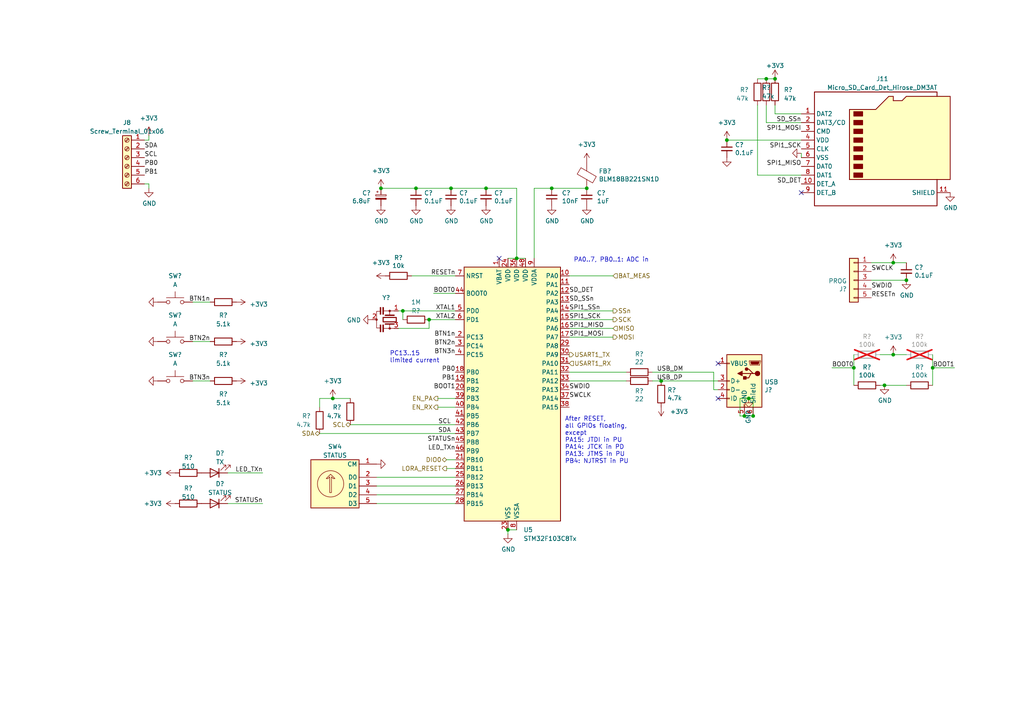
<source format=kicad_sch>
(kicad_sch (version 20230121) (generator eeschema)
  (paper "A4")
  (title_block (title "Hercules") (date "2023-07-06") (rev "0") (company "HB9EGM") (comment 1 "LoRa GNSS Tracker with PA"))
  (lib_symbols
    (symbol "Connector:Micro_SD_Card_Det_Hirose_DM3AT"
      (property "Reference" "J" (at -16.51 17.78 0))
      (property "Value" "Micro_SD_Card_Det_Hirose_DM3AT" (at 16.51 17.78 0))
      (symbol "Micro_SD_Card_Det_Hirose_DM3AT_0_1"
        (rectangle (start -7.62 -6.985) (end -5.08 -8.255) (stroke (width 0.254)) (fill (type outline)))
        (rectangle (start -7.62 -4.445) (end -5.08 -5.715) (stroke (width 0.254)) (fill (type outline)))
        (rectangle (start -7.62 -1.905) (end -5.08 -3.175) (stroke (width 0.254)) (fill (type outline)))
        (rectangle (start -7.62 0.635) (end -5.08 -0.635) (stroke (width 0.254)) (fill (type outline)))
        (rectangle (start -7.62 3.175) (end -5.08 1.905) (stroke (width 0.254)) (fill (type outline)))
        (rectangle (start -7.62 5.715) (end -5.08 4.445) (stroke (width 0.254)) (fill (type outline)))
        (rectangle (start -7.62 8.255) (end -5.08 6.985) (stroke (width 0.254)) (fill (type outline)))
        (rectangle (start -7.62 10.795) (end -5.08 9.525) (stroke (width 0.254)) (fill (type outline)))
        (polyline (pts (xy 16.51 15.24) (xy 16.51 16.51) (xy -19.05 16.51) (xy -19.05 -16.51) (xy 16.51 -16.51) (xy 16.51 -8.89)) (stroke (width 0.254)))
        (polyline (pts (xy -8.89 -8.89) (xy -8.89 11.43) (xy -1.27 11.43) (xy 2.54 15.24) (xy 3.81 15.24) (xy 3.81 13.97) (xy 6.35 13.97) (xy 7.62 15.24) (xy 20.32 15.24) (xy 20.32 -8.89) (xy -8.89 -8.89)) (stroke (width 0.254)) (fill (type background)))
      )
      (symbol "Micro_SD_Card_Det_Hirose_DM3AT_1_1"
        (pin bidirectional line (at -22.86 10.16 0) (length 3.81) (name "DAT2") (number "1"))
        (pin passive line (at -22.86 -10.16 0) (length 3.81) (name "DET_A") (number "10"))
        (pin passive line (at 20.32 -12.7 180) (length 3.81) (name "SHIELD") (number "11"))
        (pin bidirectional line (at -22.86 7.62 0) (length 3.81) (name "DAT3/CD") (number "2"))
        (pin input line (at -22.86 5.08 0) (length 3.81) (name "CMD") (number "3"))
        (pin power_in line (at -22.86 2.54 0) (length 3.81) (name "VDD") (number "4"))
        (pin input line (at -22.86 0 0) (length 3.81) (name "CLK") (number "5"))
        (pin power_in line (at -22.86 -2.54 0) (length 3.81) (name "VSS") (number "6"))
        (pin bidirectional line (at -22.86 -5.08 0) (length 3.81) (name "DAT0") (number "7"))
        (pin bidirectional line (at -22.86 -7.62 0) (length 3.81) (name "DAT1") (number "8"))
        (pin passive line (at -22.86 -12.7 0) (length 3.81) (name "DET_B") (number "9"))
      )
    )
    (symbol "Connector:Screw_Terminal_01x06" (pin_names (offset 1.016) hide)
      (property "Reference" "J" (at 0 7.62 0))
      (property "Value" "Screw_Terminal_01x06" (at 0 -10.16 0))
      (symbol "Screw_Terminal_01x06_1_1"
        (rectangle (start -1.27 6.35) (end 1.27 -8.89) (stroke (width 0.254)) (fill (type background)))
        (circle (center 0 -7.62) (radius 0.635) (stroke (width 0.1524)))
        (circle (center 0 -5.08) (radius 0.635) (stroke (width 0.1524)))
        (circle (center 0 -2.54) (radius 0.635) (stroke (width 0.1524)))
        (polyline (pts (xy -0.5334 -7.2898) (xy 0.3302 -8.128)) (stroke (width 0.1524)))
        (polyline (pts (xy -0.5334 -4.7498) (xy 0.3302 -5.588)) (stroke (width 0.1524)))
        (polyline (pts (xy -0.5334 -2.2098) (xy 0.3302 -3.048)) (stroke (width 0.1524)))
        (polyline (pts (xy -0.5334 0.3302) (xy 0.3302 -0.508)) (stroke (width 0.1524)))
        (polyline (pts (xy -0.5334 2.8702) (xy 0.3302 2.032)) (stroke (width 0.1524)))
        (polyline (pts (xy -0.5334 5.4102) (xy 0.3302 4.572)) (stroke (width 0.1524)))
        (polyline (pts (xy -0.3556 -7.112) (xy 0.508 -7.9502)) (stroke (width 0.1524)))
        (polyline (pts (xy -0.3556 -4.572) (xy 0.508 -5.4102)) (stroke (width 0.1524)))
        (polyline (pts (xy -0.3556 -2.032) (xy 0.508 -2.8702)) (stroke (width 0.1524)))
        (polyline (pts (xy -0.3556 0.508) (xy 0.508 -0.3302)) (stroke (width 0.1524)))
        (polyline (pts (xy -0.3556 3.048) (xy 0.508 2.2098)) (stroke (width 0.1524)))
        (polyline (pts (xy -0.3556 5.588) (xy 0.508 4.7498)) (stroke (width 0.1524)))
        (circle (center 0 0) (radius 0.635) (stroke (width 0.1524)))
        (circle (center 0 2.54) (radius 0.635) (stroke (width 0.1524)))
        (circle (center 0 5.08) (radius 0.635) (stroke (width 0.1524)))
        (pin passive line (at -5.08 5.08 0) (length 3.81) (name "Pin_1") (number "1"))
        (pin passive line (at -5.08 2.54 0) (length 3.81) (name "Pin_2") (number "2"))
        (pin passive line (at -5.08 0 0) (length 3.81) (name "Pin_3") (number "3"))
        (pin passive line (at -5.08 -2.54 0) (length 3.81) (name "Pin_4") (number "4"))
        (pin passive line (at -5.08 -5.08 0) (length 3.81) (name "Pin_5") (number "5"))
        (pin passive line (at -5.08 -7.62 0) (length 3.81) (name "Pin_6") (number "6"))
      )
    )
    (symbol "Connector:USB_B_Micro" (pin_names (offset 1.016))
      (property "Reference" "J" (at -5.08 11.43 0))
      (property "Value" "USB_B_Micro" (at -5.08 8.89 0))
      (symbol "USB_B_Micro_0_1"
        (rectangle (start -5.08 -7.62) (end 5.08 7.62) (stroke (width 0.254)) (fill (type background)))
        (circle (center -3.81 2.159) (radius 0.635) (stroke (width 0.254)) (fill (type outline)))
        (circle (center -0.635 3.429) (radius 0.381) (stroke (width 0.254)) (fill (type outline)))
        (rectangle (start -0.127 -7.62) (end 0.127 -6.858))
        (polyline (pts (xy -1.905 2.159) (xy 0.635 2.159)) (stroke (width 0.254)))
        (polyline (pts (xy -3.175 2.159) (xy -2.54 2.159) (xy -1.27 3.429) (xy -0.635 3.429)) (stroke (width 0.254)))
        (polyline (pts (xy -2.54 2.159) (xy -1.905 2.159) (xy -1.27 0.889) (xy 0 0.889)) (stroke (width 0.254)))
        (polyline (pts (xy 0.635 2.794) (xy 0.635 1.524) (xy 1.905 2.159) (xy 0.635 2.794)) (stroke (width 0.254)) (fill (type outline)))
        (polyline (pts (xy -4.318 5.588) (xy -1.778 5.588) (xy -2.032 4.826) (xy -4.064 4.826) (xy -4.318 5.588)) (fill (type outline)))
        (polyline (pts (xy -4.699 5.842) (xy -4.699 5.588) (xy -4.445 4.826) (xy -4.445 4.572) (xy -1.651 4.572) (xy -1.651 4.826) (xy -1.397 5.588) (xy -1.397 5.842) (xy -4.699 5.842)))
        (rectangle (start 0.254 1.27) (end -0.508 0.508) (stroke (width 0.254)) (fill (type outline)))
        (rectangle (start 5.08 -5.207) (end 4.318 -4.953))
        (rectangle (start 5.08 -2.667) (end 4.318 -2.413))
        (rectangle (start 5.08 -0.127) (end 4.318 0.127))
        (rectangle (start 5.08 4.953) (end 4.318 5.207))
      )
      (symbol "USB_B_Micro_1_1"
        (pin power_out line (at 7.62 5.08 180) (length 2.54) (name "VBUS") (number "1"))
        (pin bidirectional line (at 7.62 -2.54 180) (length 2.54) (name "D-") (number "2"))
        (pin bidirectional line (at 7.62 0 180) (length 2.54) (name "D+") (number "3"))
        (pin passive line (at 7.62 -5.08 180) (length 2.54) (name "ID") (number "4"))
        (pin power_out line (at 0 -10.16 90) (length 2.54) (name "GND") (number "5"))
        (pin passive line (at -2.54 -10.16 90) (length 2.54) (name "Shield") (number "6"))
      )
    )
    (symbol "Connector_Generic:Conn_01x05" (pin_names (offset 1.016) hide)
      (property "Reference" "J" (at 0 7.62 0))
      (property "Value" "Conn_01x05" (at 0 -7.62 0))
      (symbol "Conn_01x05_1_1"
        (rectangle (start -1.27 -4.953) (end 0 -5.207) (stroke (width 0.1524)))
        (rectangle (start -1.27 -2.413) (end 0 -2.667) (stroke (width 0.1524)))
        (rectangle (start -1.27 0.127) (end 0 -0.127) (stroke (width 0.1524)))
        (rectangle (start -1.27 2.667) (end 0 2.413) (stroke (width 0.1524)))
        (rectangle (start -1.27 5.207) (end 0 4.953) (stroke (width 0.1524)))
        (rectangle (start -1.27 6.35) (end 1.27 -6.35) (stroke (width 0.254)) (fill (type background)))
        (pin passive line (at -5.08 5.08 0) (length 3.81) (name "Pin_1") (number "1"))
        (pin passive line (at -5.08 2.54 0) (length 3.81) (name "Pin_2") (number "2"))
        (pin passive line (at -5.08 0 0) (length 3.81) (name "Pin_3") (number "3"))
        (pin passive line (at -5.08 -2.54 0) (length 3.81) (name "Pin_4") (number "4"))
        (pin passive line (at -5.08 -5.08 0) (length 3.81) (name "Pin_5") (number "5"))
      )
    )
    (symbol "Device:C_Polarized_Small" (pin_numbers hide) (pin_names (offset 0.254) hide)
      (property "Reference" "C" (at 0.254 1.778 0))
      (property "Value" "C_Polarized_Small" (at 0.254 -2.032 0))
      (symbol "C_Polarized_Small_0_1"
        (rectangle (start -1.524 -0.3048) (end 1.524 -0.6858) (fill (type outline)))
        (rectangle (start -1.524 0.6858) (end 1.524 0.3048))
        (polyline (pts (xy -1.27 1.524) (xy -0.762 1.524)))
        (polyline (pts (xy -1.016 1.27) (xy -1.016 1.778)))
      )
      (symbol "C_Polarized_Small_1_1"
        (pin passive line (at 0 2.54 270) (length 1.8542) (name "~") (number "1"))
        (pin passive line (at 0 -2.54 90) (length 1.8542) (name "~") (number "2"))
      )
    )
    (symbol "Device:C_Small" (pin_numbers hide) (pin_names (offset 0.254) hide)
      (property "Reference" "C" (at 0.254 1.778 0))
      (property "Value" "C_Small" (at 0.254 -2.032 0))
      (symbol "C_Small_0_1"
        (polyline (pts (xy -1.524 -0.508) (xy 1.524 -0.508)) (stroke (width 0.3302)))
        (polyline (pts (xy -1.524 0.508) (xy 1.524 0.508)) (stroke (width 0.3048)))
      )
      (symbol "C_Small_1_1"
        (pin passive line (at 0 2.54 270) (length 2.032) (name "~") (number "1"))
        (pin passive line (at 0 -2.54 90) (length 2.032) (name "~") (number "2"))
      )
    )
    (symbol "Device:FerriteBead" (pin_numbers hide) (pin_names (offset 0))
      (property "Reference" "FB" (at -3.81 0.635 90))
      (property "Value" "FerriteBead" (at 3.81 0 90))
      (symbol "FerriteBead_0_1"
        (polyline (pts (xy 0 -1.27) (xy 0 -1.2192)))
        (polyline (pts (xy 0 1.27) (xy 0 1.2954)))
        (polyline (pts (xy -2.7686 0.4064) (xy -1.7018 2.2606) (xy 2.7686 -0.3048) (xy 1.6764 -2.159) (xy -2.7686 0.4064)))
      )
      (symbol "FerriteBead_1_1"
        (pin passive line (at 0 3.81 270) (length 2.54) (name "~") (number "1"))
        (pin passive line (at 0 -3.81 90) (length 2.54) (name "~") (number "2"))
      )
    )
    (symbol "Device:LED" (pin_numbers hide) (pin_names (offset 1.016) hide)
      (property "Reference" "D" (at 0 2.54 0))
      (property "Value" "LED" (at 0 -2.54 0))
      (symbol "LED_0_1"
        (polyline (pts (xy -1.27 -1.27) (xy -1.27 1.27)) (stroke (width 0.254)))
        (polyline (pts (xy -1.27 0) (xy 1.27 0)))
        (polyline (pts (xy 1.27 -1.27) (xy 1.27 1.27) (xy -1.27 0) (xy 1.27 -1.27)) (stroke (width 0.254)))
        (polyline (pts (xy -3.048 -0.762) (xy -4.572 -2.286) (xy -3.81 -2.286) (xy -4.572 -2.286) (xy -4.572 -1.524)))
        (polyline (pts (xy -1.778 -0.762) (xy -3.302 -2.286) (xy -2.54 -2.286) (xy -3.302 -2.286) (xy -3.302 -1.524)))
      )
      (symbol "LED_1_1"
        (pin passive line (at -3.81 0 0) (length 2.54) (name "K") (number "1"))
        (pin passive line (at 3.81 0 180) (length 2.54) (name "A") (number "2"))
      )
    )
    (symbol "Device:R" (pin_numbers hide) (pin_names (offset 0))
      (property "Reference" "R" (at 2.032 0 90))
      (property "Value" "R" (at 0 0 90))
      (symbol "R_0_1"
        (rectangle (start -1.016 -2.54) (end 1.016 2.54) (stroke (width 0.254)))
      )
      (symbol "R_1_1"
        (pin passive line (at 0 3.81 270) (length 1.27) (name "~") (number "1"))
        (pin passive line (at 0 -3.81 90) (length 1.27) (name "~") (number "2"))
      )
    )
    (symbol "STM32F103C8Tx_1"
      (property "Reference" "U" (at -12.7 39.37 0))
      (property "Value" "STM32F103C8Tx" (at 10.16 39.37 0))
      (symbol "STM32F103C8Tx_1_0_1"
        (rectangle (start -12.7 -35.56) (end 15.24 38.1) (stroke (width 0.254)) (fill (type background)))
      )
      (symbol "STM32F103C8Tx_1_1_1"
        (pin power_in line (at -2.54 40.64 270) (length 2.54) (name "VBAT") (number "1"))
        (pin bidirectional line (at 17.78 35.56 180) (length 2.54) (name "PA0") (number "10"))
        (pin bidirectional line (at 17.78 33.02 180) (length 2.54) (name "PA1") (number "11"))
        (pin bidirectional line (at 17.78 30.48 180) (length 2.54) (name "PA2") (number "12"))
        (pin bidirectional line (at 17.78 27.94 180) (length 2.54) (name "PA3") (number "13"))
        (pin bidirectional line (at 17.78 25.4 180) (length 2.54) (name "PA4") (number "14"))
        (pin bidirectional line (at 17.78 22.86 180) (length 2.54) (name "PA5") (number "15"))
        (pin bidirectional line (at 17.78 20.32 180) (length 2.54) (name "PA6") (number "16"))
        (pin bidirectional line (at 17.78 17.78 180) (length 2.54) (name "PA7") (number "17"))
        (pin bidirectional line (at -15.24 7.62 0) (length 2.54) (name "PB0") (number "18"))
        (pin bidirectional line (at -15.24 5.08 0) (length 2.54) (name "PB1") (number "19"))
        (pin bidirectional line (at -15.24 17.78 0) (length 2.54) (name "PC13") (number "2"))
        (pin bidirectional line (at -15.24 2.54 0) (length 2.54) (name "PB2") (number "20"))
        (pin bidirectional line (at -15.24 -17.78 0) (length 2.54) (name "PB10") (number "21"))
        (pin bidirectional line (at -15.24 -20.32 0) (length 2.54) (name "PB11") (number "22"))
        (pin power_in line (at 0 -38.1 90) (length 2.54) (name "VSS") (number "23"))
        (pin power_in line (at 0 40.64 270) (length 2.54) (name "VDD") (number "24"))
        (pin bidirectional line (at -15.24 -22.86 0) (length 2.54) (name "PB12") (number "25"))
        (pin bidirectional line (at -15.24 -25.4 0) (length 2.54) (name "PB13") (number "26"))
        (pin bidirectional line (at -15.24 -27.94 0) (length 2.54) (name "PB14") (number "27"))
        (pin bidirectional line (at -15.24 -30.48 0) (length 2.54) (name "PB15") (number "28"))
        (pin bidirectional line (at 17.78 15.24 180) (length 2.54) (name "PA8") (number "29"))
        (pin bidirectional line (at -15.24 15.24 0) (length 2.54) (name "PC14") (number "3"))
        (pin bidirectional line (at 17.78 12.7 180) (length 2.54) (name "PA9") (number "30"))
        (pin bidirectional line (at 17.78 10.16 180) (length 2.54) (name "PA10") (number "31"))
        (pin bidirectional line (at 17.78 7.62 180) (length 2.54) (name "PA11") (number "32"))
        (pin bidirectional line (at 17.78 5.08 180) (length 2.54) (name "PA12") (number "33"))
        (pin bidirectional line (at 17.78 2.54 180) (length 2.54) (name "PA13") (number "34"))
        (pin passive line (at 0 -38.1 90) (length 2.54) hide (name "VSS") (number "35"))
        (pin power_in line (at 2.54 40.64 270) (length 2.54) (name "VDD") (number "36"))
        (pin bidirectional line (at 17.78 0 180) (length 2.54) (name "PA14") (number "37"))
        (pin bidirectional line (at 17.78 -2.54 180) (length 2.54) (name "PA15") (number "38"))
        (pin bidirectional line (at -15.24 0 0) (length 2.54) (name "PB3") (number "39"))
        (pin bidirectional line (at -15.24 12.7 0) (length 2.54) (name "PC15") (number "4"))
        (pin bidirectional line (at -15.24 -2.54 0) (length 2.54) (name "PB4") (number "40"))
        (pin bidirectional line (at -15.24 -5.08 0) (length 2.54) (name "PB5") (number "41"))
        (pin bidirectional line (at -15.24 -7.62 0) (length 2.54) (name "PB6") (number "42"))
        (pin bidirectional line (at -15.24 -10.16 0) (length 2.54) (name "PB7") (number "43"))
        (pin input line (at -15.24 30.48 0) (length 2.54) (name "BOOT0") (number "44"))
        (pin bidirectional line (at -15.24 -12.7 0) (length 2.54) (name "PB8") (number "45"))
        (pin bidirectional line (at -15.24 -15.24 0) (length 2.54) (name "PB9") (number "46"))
        (pin passive line (at 0 -38.1 90) (length 2.54) hide (name "VSS") (number "47"))
        (pin power_in line (at 5.08 40.64 270) (length 2.54) (name "VDD") (number "48"))
        (pin bidirectional line (at -15.24 25.4 0) (length 2.54) (name "PD0") (number "5"))
        (pin bidirectional line (at -15.24 22.86 0) (length 2.54) (name "PD1") (number "6"))
        (pin input line (at -15.24 35.56 0) (length 2.54) (name "NRST") (number "7"))
        (pin power_in line (at 2.54 -38.1 90) (length 2.54) (name "VSSA") (number "8"))
        (pin power_in line (at 7.62 40.64 270) (length 2.54) (name "VDDA") (number "9"))
      )
    )
    (symbol "Switch:SW_Coded"
      (property "Reference" "SW" (at -6.35 8.89 0))
      (property "Value" "SW_Coded" (at -6.35 -7.62 0))
      (symbol "SW_Coded_0_1"
        (circle (center -0.635 0.635) (radius 3.81))
        (polyline (pts (xy -0.889 -1.905) (xy -0.889 2.667) (xy -1.397 2.159) (xy -1.905 2.159) (xy -0.635 3.429) (xy 0.635 2.159) (xy 0.127 2.159) (xy -0.381 2.667) (xy -0.381 -1.905) (xy -0.889 -1.905) (xy -0.889 -1.905)))
        (rectangle (start 7.62 7.62) (end -6.35 -6.35) (stroke (width 0.254)) (fill (type background)))
      )
      (symbol "SW_Coded_1_1"
        (pin passive line (at 12.7 6.35 180) (length 5.08) (name "CM") (number "1"))
        (pin passive line (at 12.7 2.54 180) (length 5.08) (name "D0") (number "2"))
        (pin passive line (at 12.7 0 180) (length 5.08) (name "D1") (number "3"))
        (pin passive line (at 12.7 -2.54 180) (length 5.08) (name "D2") (number "4"))
        (pin passive line (at 12.7 -5.08 180) (length 5.08) (name "D3") (number "5"))
      )
    )
    (symbol "Switch:SW_Push" (pin_numbers hide) (pin_names (offset 1.016) hide)
      (property "Reference" "SW" (at 1.27 2.54 0))
      (property "Value" "SW_Push" (at 0 -1.524 0))
      (symbol "SW_Push_0_1"
        (circle (center -2.032 0) (radius 0.508))
        (polyline (pts (xy 0 1.27) (xy 0 3.048)))
        (polyline (pts (xy 2.54 1.27) (xy -2.54 1.27)))
        (circle (center 2.032 0) (radius 0.508))
        (pin passive line (at -5.08 0 0) (length 2.54) (name "1") (number "1"))
        (pin passive line (at 5.08 0 180) (length 2.54) (name "2") (number "2"))
      )
    )
    (symbol "mpb:CSTNE16M0V530000R0" (pin_names (offset 1.016) hide)
      (property "Reference" "Y" (at 3.175 1.905 0))
      (property "Value" "CSTNE16M0V530000R0" (at 3.175 0 0))
      (symbol "CSTNE16M0V530000R0_0_1"
        (rectangle (start -3.556 -2.54) (end -1.524 -2.794) (fill (type outline)))
        (rectangle (start -3.556 -1.778) (end -1.524 -2.032) (fill (type outline)))
        (circle (center -2.54 0) (radius 0.254) (fill (type outline)))
        (rectangle (start -0.635 1.905) (end 0.635 -1.905) (stroke (width 0.3048)))
        (circle (center 0 -3.81) (radius 0.254) (fill (type outline)))
        (polyline (pts (xy -2.54 -1.778) (xy -2.54 0)))
        (polyline (pts (xy -2.54 0) (xy -1.397 0)))
        (polyline (pts (xy -2.54 1.27) (xy -2.54 0)))
        (polyline (pts (xy -1.27 -1.27) (xy -1.27 1.27)) (stroke (width 0.381)))
        (polyline (pts (xy 1.27 -1.27) (xy 1.27 1.27)) (stroke (width 0.381)))
        (polyline (pts (xy 1.27 0) (xy 2.54 0)))
        (polyline (pts (xy 2.54 0) (xy 2.54 -1.778)))
        (polyline (pts (xy 2.54 1.27) (xy 2.54 0)))
        (polyline (pts (xy 2.413 -2.794) (xy 2.413 -3.81) (xy -2.413 -3.81) (xy -2.413 -2.667)))
        (rectangle (start 1.524 -2.54) (end 3.556 -2.794) (fill (type outline)))
        (rectangle (start 1.524 -1.778) (end 3.556 -2.032) (fill (type outline)))
        (circle (center 2.54 0) (radius 0.254) (fill (type outline)))
      )
      (symbol "CSTNE16M0V530000R0_1_1"
        (pin passive line (at -2.54 2.54 270) (length 1.27) (name "1") (number "1"))
        (pin passive line (at 0 -5.08 90) (length 1.27) (name "2") (number "2"))
        (pin passive line (at 2.54 2.54 270) (length 1.27) (name "3") (number "3"))
      )
    )
    (symbol "power:+3V3" (power) (pin_names (offset 0))
      (property "Value" "+3V3" (at 0 3.556 0))
      (symbol "+3V3_0_1"
        (polyline (pts (xy -0.762 1.27) (xy 0 2.54)))
        (polyline (pts (xy 0 0) (xy 0 2.54)))
        (polyline (pts (xy 0 2.54) (xy 0.762 1.27)))
      )
      (symbol "+3V3_1_1"
        (pin power_in line (at 0 0 90) (length 0) hide (name "+3V3") (number "1"))
      )
    )
    (symbol "power:GND" (power) (pin_names (offset 0))
      (property "Value" "GND" (at 0 -3.81 0))
      (symbol "GND_0_1"
        (polyline (pts (xy 0 0) (xy 0 -1.27) (xy 1.27 -1.27) (xy 0 -2.54) (xy -1.27 -1.27) (xy 0 -1.27)))
      )
      (symbol "GND_1_1"
        (pin power_in line (at 0 0 270) (length 0) hide (name "GND") (number "1"))
      )
    )
  )
  (junction (at 224.79 22.86))
  (junction (at 217.17 115.57))
  (junction (at 222.25 22.86))
  (junction (at 116.84 90.17))
  (junction (at 140.97 54.61))
  (junction (at 160.02 54.61))
  (junction (at 96.52 115.57))
  (junction (at 218.44 120.65))
  (junction (at 215.9 120.65))
  (junction (at 262.89 81.28))
  (junction (at 247.65 106.68))
  (junction (at 191.77 110.49))
  (junction (at 210.82 40.64))
  (junction (at 130.81 54.61))
  (junction (at 256.54 111.76))
  (junction (at 147.32 153.67))
  (junction (at 120.65 54.61))
  (junction (at 110.49 54.61))
  (junction (at 259.08 76.2))
  (junction (at 149.86 74.93))
  (junction (at 170.18 54.61))
  (junction (at 270.51 106.68))
  (junction (at 259.08 102.87))
  (junction (at 124.46 92.71))
  (no_connect (at 208.28 105.41))
  (no_connect (at 208.28 115.57))
  (no_connect (at 144.78 74.93))
  (no_connect (at 232.41 55.88))
  (wire (pts (xy 165.1 92.71) (xy 177.8 92.71)))
  (wire (pts (xy 110.49 54.61) (xy 120.65 54.61)))
  (wire (pts (xy 66.04 137.16) (xy 76.2 137.16)))
  (wire (pts (xy 270.51 102.87) (xy 270.51 106.68)))
  (wire (pts (xy 119.38 80.01) (xy 132.08 80.01)))
  (wire (pts (xy 232.41 44.45) (xy 232.41 45.72)))
  (wire (pts (xy 147.32 154.94) (xy 147.32 153.67)))
  (wire (pts (xy 154.94 54.61) (xy 160.02 54.61)))
  (wire (pts (xy 116.84 90.17) (xy 115.57 90.17)))
  (wire (pts (xy 256.54 111.76) (xy 262.89 111.76)))
  (wire (pts (xy 132.08 90.17) (xy 116.84 90.17)))
  (wire (pts (xy 219.71 30.48) (xy 219.71 50.8)))
  (wire (pts (xy 219.71 22.86) (xy 222.25 22.86)))
  (wire (pts (xy 109.22 138.43) (xy 132.08 138.43)))
  (wire (pts (xy 124.46 95.25) (xy 115.57 95.25)))
  (wire (pts (xy 129.54 133.35) (xy 132.08 133.35)))
  (wire (pts (xy 214.63 115.57) (xy 217.17 115.57)))
  (wire (pts (xy 154.94 54.61) (xy 154.94 74.93)))
  (wire (pts (xy 92.71 118.11) (xy 92.71 115.57)))
  (wire (pts (xy 252.73 81.28) (xy 262.89 81.28)))
  (wire (pts (xy 259.08 102.87) (xy 262.89 102.87)))
  (wire (pts (xy 270.51 106.68) (xy 270.51 111.76)))
  (wire (pts (xy 189.23 110.49) (xy 191.77 110.49)))
  (wire (pts (xy 92.71 125.73) (xy 132.08 125.73)))
  (wire (pts (xy 215.9 120.65) (xy 214.63 120.65)))
  (wire (pts (xy 55.88 110.49) (xy 60.96 110.49)))
  (wire (pts (xy 43.18 40.64) (xy 43.18 39.37)))
  (wire (pts (xy 247.65 102.87) (xy 247.65 106.68)))
  (wire (pts (xy 129.54 135.89) (xy 132.08 135.89)))
  (wire (pts (xy 222.25 22.86) (xy 224.79 22.86)))
  (wire (pts (xy 124.46 95.25) (xy 124.46 92.71)))
  (wire (pts (xy 241.3 106.68) (xy 247.65 106.68)))
  (wire (pts (xy 125.73 85.09) (xy 132.08 85.09)))
  (wire (pts (xy 152.4 74.93) (xy 149.86 74.93)))
  (wire (pts (xy 66.04 146.05) (xy 76.2 146.05)))
  (wire (pts (xy 130.81 54.61) (xy 140.97 54.61)))
  (wire (pts (xy 124.46 92.71) (xy 132.08 92.71)))
  (wire (pts (xy 255.27 102.87) (xy 259.08 102.87)))
  (wire (pts (xy 165.1 97.79) (xy 177.8 97.79)))
  (wire (pts (xy 43.18 53.34) (xy 41.91 53.34)))
  (wire (pts (xy 255.27 111.76) (xy 256.54 111.76)))
  (wire (pts (xy 247.65 106.68) (xy 247.65 111.76)))
  (wire (pts (xy 147.32 153.67) (xy 149.86 153.67)))
  (wire (pts (xy 127 118.11) (xy 132.08 118.11)))
  (wire (pts (xy 207.01 113.03) (xy 207.01 107.95)))
  (wire (pts (xy 218.44 120.65) (xy 215.9 120.65)))
  (wire (pts (xy 214.63 120.65) (xy 214.63 115.57)))
  (wire (pts (xy 259.08 76.2) (xy 262.89 76.2)))
  (wire (pts (xy 109.22 146.05) (xy 132.08 146.05)))
  (wire (pts (xy 222.25 35.56) (xy 232.41 35.56)))
  (wire (pts (xy 149.86 54.61) (xy 149.86 74.93)))
  (wire (pts (xy 219.71 50.8) (xy 232.41 50.8)))
  (wire (pts (xy 270.51 106.68) (xy 276.86 106.68)))
  (wire (pts (xy 165.1 90.17) (xy 177.8 90.17)))
  (wire (pts (xy 140.97 54.61) (xy 149.86 54.61)))
  (wire (pts (xy 191.77 110.49) (xy 208.28 110.49)))
  (wire (pts (xy 43.18 54.61) (xy 43.18 53.34)))
  (wire (pts (xy 127 115.57) (xy 132.08 115.57)))
  (wire (pts (xy 224.79 33.02) (xy 224.79 30.48)))
  (wire (pts (xy 222.25 30.48) (xy 222.25 35.56)))
  (wire (pts (xy 120.65 54.61) (xy 130.81 54.61)))
  (wire (pts (xy 109.22 140.97) (xy 132.08 140.97)))
  (wire (pts (xy 92.71 115.57) (xy 96.52 115.57)))
  (wire (pts (xy 252.73 76.2) (xy 259.08 76.2)))
  (wire (pts (xy 165.1 95.25) (xy 177.8 95.25)))
  (wire (pts (xy 232.41 33.02) (xy 224.79 33.02)))
  (wire (pts (xy 116.84 92.71) (xy 116.84 90.17)))
  (wire (pts (xy 55.88 87.63) (xy 60.96 87.63)))
  (wire (pts (xy 101.6 123.19) (xy 132.08 123.19)))
  (wire (pts (xy 210.82 40.64) (xy 232.41 40.64)))
  (wire (pts (xy 165.1 107.95) (xy 181.61 107.95)))
  (wire (pts (xy 41.91 40.64) (xy 43.18 40.64)))
  (wire (pts (xy 165.1 110.49) (xy 181.61 110.49)))
  (wire (pts (xy 55.88 99.06) (xy 60.96 99.06)))
  (wire (pts (xy 207.01 107.95) (xy 189.23 107.95)))
  (wire (pts (xy 149.86 74.93) (xy 147.32 74.93)))
  (wire (pts (xy 96.52 115.57) (xy 101.6 115.57)))
  (wire (pts (xy 160.02 54.61) (xy 170.18 54.61)))
  (wire (pts (xy 177.8 80.01) (xy 165.1 80.01)))
  (wire (pts (xy 218.44 115.57) (xy 217.17 115.57)))
  (wire (pts (xy 207.01 113.03) (xy 208.28 113.03)))
  (wire (pts (xy 109.22 143.51) (xy 132.08 143.51)))
  (wire (pts (xy 218.44 120.65) (xy 218.44 115.57)))
  (text "PA0..7, PB0..1: ADC in" (at 166.37 76.2 0) (effects (font (size 1.27 1.27)) (justify left bottom)))
  (text "PC13..15\nlimited current" (at 113.03 105.41 0) (effects (font (size 1.27 1.27)) (justify left bottom)))
  (text "After RESET,\nall GPIOs floating,\nexcept\nPA15: JTDI in PU\nPA14: JTCK in PD\nPA13: JTMS in PU\nPB4: NJTRST in PU" (at 163.83 134.62 0) (effects (font (size 1.27 1.27)) (justify left bottom)))
  (label "BTN1n" (at 132.08 97.79 180))
  (label "SD_SSn" (at 165.1 87.63 0))
  (label "SDA" (at 130.81 125.73 180))
  (label "BOOT1" (at 132.08 113.03 180))
  (label "BTN2n" (at 60.96 99.06 180))
  (label "BTN2n" (at 132.08 100.33 180))
  (label "STATUSn" (at 132.08 128.27 180))
  (label "PB1" (at 41.91 50.8 0))
  (label "SD_DET" (at 232.41 53.34 180))
  (label "SPI1_MISO" (at 165.1 95.25 0))
  (label "SCL" (at 130.81 123.19 180))
  (label "SWDIO" (at 252.73 83.82 0))
  (label "XTAL2" (at 132.08 92.71 180))
  (label "LED_TXn" (at 132.08 130.81 180))
  (label "BOOT0" (at 125.73 85.09 0))
  (label "BTN3n" (at 60.96 110.49 180))
  (label "SD_DET" (at 165.1 85.09 0))
  (label "SWDIO" (at 165.1 113.03 0))
  (label "SCL" (at 41.91 45.72 0))
  (label "USB_DM" (at 190.5 107.95 0))
  (label "SWCLK" (at 252.73 78.74 0))
  (label "PB0" (at 132.08 107.95 180))
  (label "SWCLK" (at 165.1 115.57 0))
  (label "SD_SSn" (at 232.41 35.56 180))
  (label "SPI1_MOSI" (at 165.1 97.79 0))
  (label "PB1" (at 132.08 110.49 180))
  (label "RESETn" (at 252.73 86.36 0))
  (label "SPI1_SSn" (at 165.1 90.17 0))
  (label "PB0" (at 41.91 48.26 0))
  (label "BOOT1" (at 276.86 106.68 180))
  (label "SPI1_SCK" (at 232.41 43.18 180))
  (label "LED_TXn" (at 76.2 137.16 180))
  (label "STATUSn" (at 76.2 146.05 180))
  (label "BOOT0" (at 241.3 106.68 0))
  (label "SPI1_SCK" (at 165.1 92.71 0))
  (label "BTN1n" (at 60.96 87.63 180))
  (label "BTN3n" (at 132.08 102.87 180))
  (label "USB_DP" (at 190.5 110.49 0))
  (label "SDA" (at 41.91 43.18 0))
  (label "SPI1_MISO" (at 232.41 48.26 180))
  (label "SPI1_MOSI" (at 232.41 38.1 180))
  (label "XTAL1" (at 132.08 90.17 180))
  (label "RESETn" (at 132.08 80.01 180))
  (hierarchical_label "USART1_RX" (shape input) (at 165.1 105.41 0))
  (hierarchical_label "SSn" (shape output) (at 177.8 90.17 0))
  (hierarchical_label "SCK" (shape output) (at 177.8 92.71 0))
  (hierarchical_label "LORA_RESET" (shape output) (at 129.54 135.89 180))
  (hierarchical_label "EN_PA" (shape output) (at 127 115.57 180))
  (hierarchical_label "MOSI" (shape output) (at 177.8 97.79 0))
  (hierarchical_label "MISO" (shape input) (at 177.8 95.25 0))
  (hierarchical_label "BAT_MEAS" (shape input) (at 177.8 80.01 0))
  (hierarchical_label "USART1_TX" (shape output) (at 165.1 102.87 0))
  (hierarchical_label "DIO0" (shape bidirectional) (at 129.54 133.35 180))
  (hierarchical_label "SDA" (shape bidirectional) (at 92.71 125.73 180))
  (hierarchical_label "SCL" (shape bidirectional) (at 101.6 123.19 180))
  (hierarchical_label "EN_RX" (shape output) (at 127 118.11 180))
  (symbol (lib_id "power:+3V3") (at 96.52 115.57 0) (unit 1)
    (property "Reference" "#PWR?" (effects hide))
    (property "Value" "+3V3" (at 96.52 110.49 0))
    (instances (project "kicad-dart-70" (path "" (reference "#PWR?") (unit 1))) (project "tracker-kicad" (path "" (reference "#PWR058") (unit 1))))
  )
  (symbol (lib_id "Switch:SW_Push") (at 50.8 110.49 0) (unit 1)
    (property "Reference" "SW?" (at 50.8 102.87 0))
    (property "Value" "A" (at 50.8 105.41 0))
    (property "Footprint" "Button_Switch_THT:SW_PUSH_6mm" (effects hide))
    (property "MPN" "FSM8JH" (effects hide))
    (property "Need_order" "0" (effects hide))
    (instances (project "kicad-dart-70" (path "" (reference "SW?") (unit 1))) (project "tracker-kicad" (path "" (reference "SW3") (unit 1))))
  )
  (symbol (lib_id "Device:C_Small") (at 120.65 57.15 0) (unit 1)
    (property "Reference" "C?" (at 122.9868 55.9816 0) (effects (justify left)))
    (property "Value" "0.1uF" (at 122.9868 58.293 0) (effects (justify left)))
    (property "Footprint" "Capacitor_SMD:C_0603_1608Metric_Pad1.08x0.95mm_HandSolder" (effects hide))
    (property "MPN" "GRM188R71H104KA93D" (effects hide))
    (property "Need_order" "0" (effects hide))
    (instances (project "kicad-dart-70" (path "" (reference "C?") (unit 1))) (project "tracker-kicad" (path "" (reference "C29") (unit 1))))
  )
  (symbol (lib_id "power:GND") (at 232.41 44.45 270) (unit 1)
    (property "Reference" "#PWR?" (effects hide))
    (property "Value" "GND" (effects hide))
    (instances (project "kicad-dart-70" (path "" (reference "#PWR?") (unit 1))) (project "tracker-kicad" (path "" (reference "#PWR075") (unit 1))))
  )
  (symbol (lib_id "Device:R") (at 92.71 121.92 0) (unit 1)
    (property "Reference" "R?" (at 90.17 120.6499 0) (effects (justify right)))
    (property "Value" "4.7k" (at 90.17 123.1899 0) (effects (justify right)))
    (property "Footprint" "Resistor_SMD:R_0603_1608Metric_Pad0.98x0.95mm_HandSolder" (effects hide))
    (property "Need_order" "0" (effects hide))
    (instances (project "kicad-dart-70" (path "" (reference "R?") (unit 1))) (project "tracker-kicad" (path "" (reference "R31") (unit 1))))
  )
  (symbol (lib_id "Device:R") (at 185.42 110.49 270) (unit 1)
    (property "Reference" "R?" (at 185.42 113.411 90))
    (property "Value" "22" (at 185.42 115.7224 90))
    (property "Footprint" "Resistor_SMD:R_0603_1608Metric_Pad0.98x0.95mm_HandSolder" (effects hide))
    (property "Need_order" "0" (effects hide))
    (instances (project "kicad-dart-70" (path "" (reference "R?") (unit 1))) (project "tracker-kicad" (path "" (reference "R36") (unit 1))))
  )
  (symbol (lib_id "power:+3V3") (at 68.58 87.63 270) (unit 1)
    (property "Reference" "#PWR?" (effects hide))
    (property "Value" "+3V3" (at 72.39 88.265 90) (effects (justify left)))
    (instances (project "kicad-dart-70" (path "" (reference "#PWR?") (unit 1))) (project "tracker-kicad" (path "" (reference "#PWR055") (unit 1))))
  )
  (symbol (lib_id "Device:C_Polarized_Small") (at 110.49 57.15 0) (unit 1)
    (property "Reference" "C?" (at 107.5944 55.9816 0) (effects (justify right)))
    (property "Value" "6.8uF" (at 107.5944 58.293 0) (effects (justify right)))
    (property "Footprint" "Capacitor_SMD:C_1210_3225Metric_Pad1.33x2.70mm_HandSolder" (effects hide))
    (property "MPN" "stash tantalum" (effects hide))
    (property "Need_order" "0" (effects hide))
    (instances (project "kicad-dart-70" (path "" (reference "C?") (unit 1))) (project "tracker-kicad" (path "" (reference "C28") (unit 1))))
  )
  (symbol (lib_id "power:GND") (at 160.02 59.69 0) (unit 1)
    (property "Reference" "#PWR?" (effects hide))
    (property "Value" "GND" (at 160.147 64.0842 0))
    (instances (project "kicad-dart-70" (path "" (reference "#PWR?") (unit 1))) (project "tracker-kicad" (path "" (reference "#PWR068") (unit 1))))
  )
  (symbol (lib_id "power:GND") (at 256.54 111.76 0) (unit 1)
    (property "Reference" "#PWR?" (effects hide))
    (property "Value" "GND" (at 256.667 116.1542 0))
    (instances (project "kicad-dart-70" (path "" (reference "#PWR?") (unit 1))) (project "tracker-kicad" (path "" (reference "#PWR076") (unit 1))))
  )
  (symbol (lib_id "Connector:Screw_Terminal_01x06") (at 36.83 45.72 0) (mirror y) (unit 1)
    (property "Reference" "J8" (at 36.83 35.56 0))
    (property "Value" "Screw_Terminal_01x06" (at 36.83 38.1 0))
    (property "Footprint" "Connector_PinHeader_2.54mm:PinHeader_1x06_P2.54mm_Vertical" (effects hide))
  )
  (symbol (lib_id "Device:R") (at 266.7 102.87 90) (unit 1) (dnp yes)
    (property "Reference" "R?" (at 266.7 97.6122 90))
    (property "Value" "100k" (at 266.7 99.9236 90))
    (property "Footprint" "Resistor_SMD:R_0603_1608Metric_Pad0.98x0.95mm_HandSolder" (effects hide))
    (property "Need_order" "0" (effects hide))
    (instances (project "kicad-dart-70" (path "" (reference "R?") (unit 1))) (project "tracker-kicad" (path "" (reference "R43") (unit 1))))
  )
  (symbol (lib_id "power:+3V3") (at 111.76 80.01 90) (unit 1)
    (property "Reference" "#PWR?" (effects hide))
    (property "Value" "+3V3" (at 110.49 76.2 90))
    (instances (project "kicad-dart-70" (path "" (reference "#PWR?") (unit 1))) (project "tracker-kicad" (path "" (reference "#PWR063") (unit 1))))
  )
  (symbol (lib_id "Device:C_Small") (at 170.18 57.15 180) (unit 1)
    (property "Reference" "C?" (at 173.101 55.9816 0) (effects (justify right)))
    (property "Value" "1uF" (at 173.101 58.293 0) (effects (justify right)))
    (property "Footprint" "Capacitor_SMD:C_0805_2012Metric_Pad1.18x1.45mm_HandSolder" (effects hide))
    (property "MPN" "08055C105JAT2A" (effects hide))
    (property "Need_order" "0" (effects hide))
    (instances (project "kicad-dart-70" (path "" (reference "C?") (unit 1))) (project "tracker-kicad" (path "" (reference "C33") (unit 1))))
  )
  (symbol (lib_id "Switch:SW_Coded") (at 96.52 140.97 0) (unit 1)
    (property "Reference" "SW4" (at 97.155 129.54 0))
    (property "Value" "STATUS" (at 97.155 132.08 0))
    (property "Footprint" "mpb:Series_221AM_RotaryDIPSwitch" (effects hide))
    (property "Datasheet" "/home/bram/Sync/Doc/Datasheet/221AMC rotary dip switch.pdf" (effects hide))
    (property "MPN" "221AMC10R " (effects hide))
    (property "Need_order" "1" (effects hide))
  )
  (symbol (lib_id "Device:R") (at 222.25 26.67 180) (unit 1)
    (property "Reference" "R?" (at 220.98 25.4 0) (effects (justify right)))
    (property "Value" "47k" (at 220.98 27.94 0) (effects (justify right)))
    (property "Footprint" "Resistor_SMD:R_0603_1608Metric_Pad0.98x0.95mm_HandSolder" (effects hide))
    (property "Need_order" "0" (effects hide))
    (instances (project "kicad-dart-70" (path "" (reference "R?") (unit 1))) (project "tracker-kicad" (path "" (reference "R39") (unit 1))))
  )
  (symbol (lib_id "power:GND") (at 147.32 154.94 0) (unit 1)
    (property "Reference" "#PWR?" (effects hide))
    (property "Value" "GND" (at 147.447 159.3342 0))
    (instances (project "kicad-dart-70" (path "" (reference "#PWR?") (unit 1))) (project "tracker-kicad" (path "" (reference "#PWR067") (unit 1))))
  )
  (symbol (lib_id "Device:R") (at 64.77 87.63 90) (unit 1)
    (property "Reference" "R?" (at 64.77 91.44 90))
    (property "Value" "5.1k" (at 64.77 93.98 90))
    (property "Footprint" "Resistor_SMD:R_0603_1608Metric_Pad0.98x0.95mm_HandSolder" (effects hide))
    (property "Need_order" "0" (effects hide))
    (instances (project "kicad-dart-70" (path "" (reference "R?") (unit 1))) (project "tracker-kicad" (path "" (reference "R28") (unit 1))))
  )
  (symbol (lib_id "power:GND") (at 45.72 87.63 270) (unit 1)
    (property "Reference" "#PWR?" (effects hide))
    (property "Value" "GND" (effects hide))
    (instances (project "kicad-dart-70" (path "" (reference "#PWR?") (unit 1))) (project "tracker-kicad" (path "" (reference "#PWR050") (unit 1))))
  )
  (symbol (lib_id "power:+3V3") (at 110.49 54.61 0) (unit 1)
    (property "Reference" "#PWR?" (effects hide))
    (property "Value" "+3V3" (at 110.49 49.53 0))
    (instances (project "kicad-dart-70" (path "" (reference "#PWR?") (unit 1))) (project "tracker-kicad" (path "" (reference "#PWR061") (unit 1))))
  )
  (symbol (lib_id "Device:R") (at 64.77 110.49 90) (unit 1)
    (property "Reference" "R?" (at 64.77 114.3 90))
    (property "Value" "5.1k" (at 64.77 116.84 90))
    (property "Footprint" "Resistor_SMD:R_0603_1608Metric_Pad0.98x0.95mm_HandSolder" (effects hide))
    (property "Need_order" "0" (effects hide))
    (instances (project "kicad-dart-70" (path "" (reference "R?") (unit 1))) (project "tracker-kicad" (path "" (reference "R30") (unit 1))))
  )
  (symbol (lib_id "Device:R") (at 101.6 119.38 0) (unit 1)
    (property "Reference" "R?" (at 99.06 118.1099 0) (effects (justify right)))
    (property "Value" "4.7k" (at 99.06 120.6499 0) (effects (justify right)))
    (property "Footprint" "Resistor_SMD:R_0603_1608Metric_Pad0.98x0.95mm_HandSolder" (effects hide))
    (property "Need_order" "0" (effects hide))
    (instances (project "kicad-dart-70" (path "" (reference "R?") (unit 1))) (project "tracker-kicad" (path "" (reference "R32") (unit 1))))
  )
  (symbol (lib_id "Device:C_Small") (at 160.02 57.15 180) (unit 1)
    (property "Reference" "C?" (at 162.941 55.9816 0) (effects (justify right)))
    (property "Value" "10nF" (at 162.941 58.293 0) (effects (justify right)))
    (property "Footprint" "Capacitor_SMD:C_0805_2012Metric_Pad1.18x1.45mm_HandSolder" (effects hide))
    (property "MPN" "VJ0805A103KXJTBC" (effects hide))
    (property "Need_order" "0" (effects hide))
    (instances (project "kicad-dart-70" (path "" (reference "C?") (unit 1))) (project "tracker-kicad" (path "" (reference "C32") (unit 1))))
  )
  (symbol (lib_id "power:GND") (at 262.89 81.28 0) (unit 1)
    (property "Reference" "#PWR?" (effects hide))
    (property "Value" "GND" (at 263.017 85.6742 0))
    (instances (project "kicad-dart-70" (path "" (reference "#PWR?") (unit 1))) (project "tracker-kicad" (path "" (reference "#PWR079") (unit 1))))
  )
  (symbol (lib_id "power:+3V3") (at 224.79 22.86 0) (unit 1)
    (property "Reference" "#PWR?" (effects hide))
    (property "Value" "+3V3" (at 224.79 19.05 0))
    (instances (project "kicad-dart-70" (path "" (reference "#PWR?") (unit 1))) (project "tracker-kicad" (path "" (reference "#PWR073") (unit 1))))
  )
  (symbol (lib_name "STM32F103C8Tx_1") (lib_id "MCU_ST_STM32F1:STM32F103C8Tx") (at 147.32 115.57 0) (unit 1)
    (property "Reference" "U5" (at 151.8159 153.67 0) (effects (justify left)))
    (property "Value" "STM32F103C8Tx" (at 151.8159 156.21 0) (effects (justify left)))
    (property "Footprint" "Package_QFP:LQFP-48_7x7mm_P0.5mm" (effects hide))
    (property "Datasheet" "https://www.st.com/resource/en/datasheet/stm32f103c8.pdf" (effects hide))
  )
  (symbol (lib_id "Device:C_Small") (at 262.89 78.74 0) (unit 1)
    (property "Reference" "C?" (at 265.2268 77.5716 0) (effects (justify left)))
    (property "Value" "0.1uF" (at 265.2268 79.883 0) (effects (justify left)))
    (property "Footprint" "Capacitor_SMD:C_0603_1608Metric_Pad1.08x0.95mm_HandSolder" (effects hide))
    (property "MPN" "GRM188R71H104KA93D" (effects hide))
    (property "Need_order" "0" (effects hide))
    (instances (project "kicad-dart-70" (path "" (reference "C?") (unit 1))) (project "tracker-kicad" (path "" (reference "C34") (unit 1))))
  )
  (symbol (lib_id "Switch:SW_Push") (at 50.8 99.06 0) (unit 1)
    (property "Reference" "SW?" (at 50.8 91.44 0))
    (property "Value" "A" (at 50.8 93.98 0))
    (property "Footprint" "Button_Switch_THT:SW_PUSH_6mm" (effects hide))
    (property "MPN" "FSM8JH" (effects hide))
    (property "Need_order" "0" (effects hide))
    (instances (project "kicad-dart-70" (path "" (reference "SW?") (unit 1))) (project "tracker-kicad" (path "" (reference "SW2") (unit 1))))
  )
  (symbol (lib_id "Device:R") (at 219.71 26.67 180) (unit 1)
    (property "Reference" "R?" (at 217.17 26.035 0) (effects (justify left)))
    (property "Value" "47k" (at 217.17 28.575 0) (effects (justify left)))
    (property "Footprint" "Resistor_SMD:R_0603_1608Metric_Pad0.98x0.95mm_HandSolder" (effects hide))
    (property "Need_order" "0" (effects hide))
    (instances (project "kicad-dart-70" (path "" (reference "R?") (unit 1))) (project "tracker-kicad" (path "" (reference "R38") (unit 1))))
  )
  (symbol (lib_id "power:+3V3") (at 259.08 102.87 0) (unit 1)
    (property "Reference" "#PWR?" (effects hide))
    (property "Value" "+3V3" (at 259.08 97.79 0))
    (instances (project "kicad-dart-70" (path "" (reference "#PWR?") (unit 1))) (project "tracker-kicad" (path "" (reference "#PWR078") (unit 1))))
  )
  (symbol (lib_id "power:+3V3") (at 68.58 110.49 270) (unit 1)
    (property "Reference" "#PWR?" (effects hide))
    (property "Value" "+3V3" (at 72.39 111.125 90) (effects (justify left)))
    (instances (project "kicad-dart-70" (path "" (reference "#PWR?") (unit 1))) (project "tracker-kicad" (path "" (reference "#PWR057") (unit 1))))
  )
  (symbol (lib_id "power:+3V3") (at 170.18 46.99 0) (unit 1)
    (property "Reference" "#PWR?" (effects hide))
    (property "Value" "+3V3" (at 170.18 41.91 0))
    (instances (project "kicad-dart-70" (path "" (reference "#PWR?") (unit 1))) (project "tracker-kicad" (path "" (reference "#PWR069") (unit 1))))
  )
  (symbol (lib_id "power:GND") (at 217.17 115.57 0) (mirror y) (unit 1)
    (property "Reference" "#PWR?" (effects hide))
    (property "Value" "GND" (at 217.043 118.8212 90) (effects (justify right)))
    (instances (project "kicad-dart-70" (path "" (reference "#PWR?") (unit 1))) (project "tracker-kicad" (path "" (reference "#PWR072") (unit 1))))
  )
  (symbol (lib_id "Device:R") (at 191.77 114.3 180) (unit 1)
    (property "Reference" "R?" (at 193.548 113.1316 0) (effects (justify right)))
    (property "Value" "4.7k" (at 193.548 115.443 0) (effects (justify right)))
    (property "Footprint" "Resistor_SMD:R_0603_1608Metric_Pad0.98x0.95mm_HandSolder" (effects hide))
    (property "Need_order" "0" (effects hide))
    (instances (project "kicad-dart-70" (path "" (reference "R?") (unit 1))) (project "tracker-kicad" (path "" (reference "R37") (unit 1))))
  )
  (symbol (lib_id "Device:R") (at 251.46 102.87 270) (unit 1) (dnp yes)
    (property "Reference" "R?" (at 251.46 97.6122 90))
    (property "Value" "100k" (at 251.46 99.9236 90))
    (property "Footprint" "Resistor_SMD:R_0603_1608Metric_Pad0.98x0.95mm_HandSolder" (effects hide))
    (property "Need_order" "0" (effects hide))
    (instances (project "kicad-dart-70" (path "" (reference "R?") (unit 1))) (project "tracker-kicad" (path "" (reference "R41") (unit 1))))
  )
  (symbol (lib_id "power:GND") (at 45.72 99.06 270) (unit 1)
    (property "Reference" "#PWR?" (effects hide))
    (property "Value" "GND" (effects hide))
    (instances (project "kicad-dart-70" (path "" (reference "#PWR?") (unit 1))) (project "tracker-kicad" (path "" (reference "#PWR051") (unit 1))))
  )
  (symbol (lib_id "Device:LED") (at 62.23 146.05 180) (unit 1)
    (property "Reference" "D?" (at 63.8175 140.335 0))
    (property "Value" "STATUS" (at 63.8175 142.875 0))
    (property "Footprint" "LED_THT:LED_D5.0mm" (effects hide))
    (property "Need_order" "0" (effects hide))
    (instances (project "kicad-eval-clock" (path "" (reference "D?") (unit 1))) (project "tracker-kicad" (path "" (reference "D8") (unit 1))))
  )
  (symbol (lib_id "power:GND") (at 110.49 59.69 0) (unit 1)
    (property "Reference" "#PWR?" (effects hide))
    (property "Value" "GND" (at 110.617 64.0842 0))
    (instances (project "kicad-dart-70" (path "" (reference "#PWR?") (unit 1))) (project "tracker-kicad" (path "" (reference "#PWR062") (unit 1))))
  )
  (symbol (lib_id "power:GND") (at 43.18 54.61 0) (unit 1)
    (property "Reference" "#PWR?" (effects hide))
    (property "Value" "GND" (at 43.307 59.0042 0))
    (instances (project "kicad-dart-70" (path "" (reference "#PWR?") (unit 1))) (project "tracker-kicad" (path "" (reference "#PWR049") (unit 1))))
  )
  (symbol (lib_id "Device:R") (at 120.65 92.71 90) (unit 1)
    (property "Reference" "R?" (at 120.65 90.17 90))
    (property "Value" "1M" (at 120.65 87.63 90))
    (property "Footprint" "Resistor_SMD:R_0603_1608Metric_Pad0.98x0.95mm_HandSolder" (effects hide))
    (property "Need_order" "0" (effects hide))
    (instances (project "kicad-dart-70" (path "" (reference "R?") (unit 1))) (project "tracker-kicad" (path "" (reference "R34") (unit 1))))
  )
  (symbol (lib_id "power:+3V3") (at 68.58 99.06 270) (unit 1)
    (property "Reference" "#PWR?" (effects hide))
    (property "Value" "+3V3" (at 72.39 99.695 90) (effects (justify left)))
    (instances (project "kicad-dart-70" (path "" (reference "#PWR?") (unit 1))) (project "tracker-kicad" (path "" (reference "#PWR056") (unit 1))))
  )
  (symbol (lib_id "Device:R") (at 54.61 146.05 90) (unit 1)
    (property "Reference" "R?" (at 54.61 141.605 90))
    (property "Value" "510" (at 54.61 144.145 90))
    (property "Footprint" "Resistor_SMD:R_0603_1608Metric_Pad0.98x0.95mm_HandSolder" (effects hide))
    (property "Need_order" "0" (effects hide))
    (instances (project "kicad-eval-clock" (path "" (reference "R?") (unit 1))) (project "tracker-kicad" (path "" (reference "R27") (unit 1))))
  )
  (symbol (lib_id "Device:R") (at 251.46 111.76 270) (unit 1)
    (property "Reference" "R?" (at 251.46 106.5022 90))
    (property "Value" "100k" (at 251.46 108.8136 90))
    (property "Footprint" "Resistor_SMD:R_0603_1608Metric_Pad0.98x0.95mm_HandSolder" (effects hide))
    (property "Need_order" "0" (effects hide))
    (instances (project "kicad-dart-70" (path "" (reference "R?") (unit 1))) (project "tracker-kicad" (path "" (reference "R42") (unit 1))))
  )
  (symbol (lib_id "Connector:USB_B_Micro") (at 215.9 110.49 0) (mirror y) (unit 1)
    (property "Reference" "J?" (at 221.742 113.1062 0) (effects (justify right)))
    (property "Value" "USB" (at 221.742 110.7948 0) (effects (justify right)))
    (property "Footprint" "Connector_USB:USB_Micro-B_Molex-105017-0001" (effects hide))
    (property "MPN" "Molex 104017-0001" (effects hide))
    (property "Need_order" "0" (effects hide))
    (instances (project "kicad-dart-70" (path "" (reference "J?") (unit 1))) (project "tracker-kicad" (path "" (reference "J9") (unit 1))))
  )
  (symbol (lib_id "power:GND") (at 140.97 59.69 0) (unit 1)
    (property "Reference" "#PWR?" (effects hide))
    (property "Value" "GND" (at 141.097 64.0842 0))
    (instances (project "kicad-dart-70" (path "" (reference "#PWR?") (unit 1))) (project "tracker-kicad" (path "" (reference "#PWR066") (unit 1))))
  )
  (symbol (lib_id "power:GND") (at 170.18 59.69 0) (unit 1)
    (property "Reference" "#PWR?" (effects hide))
    (property "Value" "GND" (at 170.307 64.0842 0))
    (instances (project "kicad-dart-70" (path "" (reference "#PWR?") (unit 1))) (project "tracker-kicad" (path "" (reference "#PWR070") (unit 1))))
  )
  (symbol (lib_id "power:+3V3") (at 210.82 40.64 0) (unit 1)
    (property "Reference" "#PWR?" (effects hide))
    (property "Value" "+3V3" (at 210.82 35.56 0))
    (instances (project "kicad-dart-70" (path "" (reference "#PWR?") (unit 1))) (project "tracker-kicad" (path "" (reference "#PWR074") (unit 1))))
  )
  (symbol (lib_id "power:GND") (at 210.82 45.72 0) (unit 1)
    (property "Reference" "#PWR?" (effects hide))
    (property "Value" "GND" (effects hide))
    (instances (project "kicad-dart-70" (path "" (reference "#PWR?") (unit 1))) (project "tracker-kicad" (path "" (reference "#PWR082") (unit 1))))
  )
  (symbol (lib_id "power:+3V3") (at 50.8 137.16 90) (unit 1)
    (property "Reference" "#PWR?" (effects hide))
    (property "Value" "+3V3" (at 46.99 137.16 90) (effects (justify left)))
    (instances (project "kicad-dart-70" (path "" (reference "#PWR?") (unit 1))) (project "tracker-kicad" (path "" (reference "#PWR053") (unit 1))))
  )
  (symbol (lib_id "Device:R") (at 266.7 111.76 90) (unit 1)
    (property "Reference" "R?" (at 266.7 106.5022 90))
    (property "Value" "100k" (at 266.7 108.8136 90))
    (property "Footprint" "Resistor_SMD:R_0603_1608Metric_Pad0.98x0.95mm_HandSolder" (effects hide))
    (property "Need_order" "0" (effects hide))
    (instances (project "kicad-dart-70" (path "" (reference "R?") (unit 1))) (project "tracker-kicad" (path "" (reference "R44") (unit 1))))
  )
  (symbol (lib_id "power:GND") (at 45.72 110.49 270) (unit 1)
    (property "Reference" "#PWR?" (effects hide))
    (property "Value" "GND" (effects hide))
    (instances (project "kicad-dart-70" (path "" (reference "#PWR?") (unit 1))) (project "tracker-kicad" (path "" (reference "#PWR052") (unit 1))))
  )
  (symbol (lib_id "Device:C_Small") (at 210.82 43.18 0) (unit 1)
    (property "Reference" "C?" (at 213.1568 42.0116 0) (effects (justify left)))
    (property "Value" "0.1uF" (at 213.1568 44.323 0) (effects (justify left)))
    (property "Footprint" "Capacitor_SMD:C_0603_1608Metric_Pad1.08x0.95mm_HandSolder" (effects hide))
    (property "MPN" "GRM188R71H104KA93D" (effects hide))
    (property "Need_order" "0" (effects hide))
    (instances (project "kicad-dart-70" (path "" (reference "C?") (unit 1))) (project "tracker-kicad" (path "" (reference "C36") (unit 1))))
  )
  (symbol (lib_id "power:GND") (at 120.65 59.69 0) (unit 1)
    (property "Reference" "#PWR?" (effects hide))
    (property "Value" "GND" (at 120.777 64.0842 0))
    (instances (project "kicad-dart-70" (path "" (reference "#PWR?") (unit 1))) (project "tracker-kicad" (path "" (reference "#PWR064") (unit 1))))
  )
  (symbol (lib_id "power:+3V3") (at 259.08 76.2 0) (unit 1)
    (property "Reference" "#PWR?" (effects hide))
    (property "Value" "+3V3" (at 259.08 71.12 0))
    (instances (project "kicad-dart-70" (path "" (reference "#PWR?") (unit 1))) (project "tracker-kicad" (path "" (reference "#PWR077") (unit 1))))
  )
  (symbol (lib_id "Device:R") (at 224.79 26.67 180) (unit 1)
    (property "Reference" "R?" (at 227.33 26.035 0) (effects (justify right)))
    (property "Value" "47k" (at 227.33 28.575 0) (effects (justify right)))
    (property "Footprint" "Resistor_SMD:R_0603_1608Metric_Pad0.98x0.95mm_HandSolder" (effects hide))
    (property "Need_order" "0" (effects hide))
    (instances (project "kicad-dart-70" (path "" (reference "R?") (unit 1))) (project "tracker-kicad" (path "" (reference "R40") (unit 1))))
  )
  (symbol (lib_id "power:GND") (at 130.81 59.69 0) (unit 1)
    (property "Reference" "#PWR?" (effects hide))
    (property "Value" "GND" (at 130.937 64.0842 0))
    (instances (project "kicad-dart-70" (path "" (reference "#PWR?") (unit 1))) (project "tracker-kicad" (path "" (reference "#PWR065") (unit 1))))
  )
  (symbol (lib_id "power:+3V3") (at 43.18 39.37 0) (unit 1)
    (property "Reference" "#PWR?" (effects hide))
    (property "Value" "+3V3" (at 43.18 34.29 0))
    (instances (project "kicad-dart-70" (path "" (reference "#PWR?") (unit 1))) (project "tracker-kicad" (path "" (reference "#PWR048") (unit 1))))
  )
  (symbol (lib_id "Device:R") (at 185.42 107.95 270) (unit 1)
    (property "Reference" "R?" (at 185.42 102.6922 90))
    (property "Value" "22" (at 185.42 105.0036 90))
    (property "Footprint" "Resistor_SMD:R_0603_1608Metric_Pad0.98x0.95mm_HandSolder" (effects hide))
    (property "Need_order" "0" (effects hide))
    (instances (project "kicad-dart-70" (path "" (reference "R?") (unit 1))) (project "tracker-kicad" (path "" (reference "R35") (unit 1))))
  )
  (symbol (lib_id "Switch:SW_Push") (at 50.8 87.63 0) (unit 1)
    (property "Reference" "SW?" (at 50.8 80.01 0))
    (property "Value" "A" (at 50.8 82.55 0))
    (property "Footprint" "Button_Switch_THT:SW_PUSH_6mm" (effects hide))
    (property "MPN" "FSM8JH" (effects hide))
    (property "Need_order" "0" (effects hide))
    (instances (project "kicad-dart-70" (path "" (reference "SW?") (unit 1))) (project "tracker-kicad" (path "" (reference "SW1") (unit 1))))
  )
  (symbol (lib_id "Device:R") (at 115.57 80.01 90) (unit 1)
    (property "Reference" "R?" (at 115.57 74.7522 90))
    (property "Value" "10k" (at 115.57 77.0636 90))
    (property "Footprint" "Resistor_SMD:R_0603_1608Metric_Pad0.98x0.95mm_HandSolder" (effects hide))
    (property "Need_order" "0" (effects hide))
    (instances (project "kicad-dart-70" (path "" (reference "R?") (unit 1))) (project "tracker-kicad" (path "" (reference "R33") (unit 1))))
  )
  (symbol (lib_id "power:+3V3") (at 191.77 118.11 180) (unit 1)
    (property "Reference" "#PWR?" (effects hide))
    (property "Value" "+3V3" (at 194.31 119.3799 0) (effects (justify right)))
    (instances (project "kicad-dart-70" (path "" (reference "#PWR?") (unit 1))) (project "tracker-kicad" (path "" (reference "#PWR071") (unit 1))))
  )
  (symbol (lib_id "power:GND") (at 109.22 134.62 90) (unit 1)
    (property "Reference" "#PWR?" (effects hide))
    (property "Value" "GND" (effects hide))
    (instances (project "kicad-dart-70" (path "" (reference "#PWR?") (unit 1))) (project "tracker-kicad" (path "" (reference "#PWR060") (unit 1))))
  )
  (symbol (lib_id "power:GND") (at 275.59 55.88 0) (unit 1)
    (property "Reference" "#PWR?" (effects hide))
    (property "Value" "GND" (at 275.717 60.2742 0))
    (instances (project "kicad-dart-70" (path "" (reference "#PWR?") (unit 1))) (project "tracker-kicad" (path "" (reference "#PWR080") (unit 1))))
  )
  (symbol (lib_id "Device:C_Small") (at 130.81 57.15 0) (unit 1)
    (property "Reference" "C?" (at 133.1468 55.9816 0) (effects (justify left)))
    (property "Value" "0.1uF" (at 133.1468 58.293 0) (effects (justify left)))
    (property "Footprint" "Capacitor_SMD:C_0603_1608Metric_Pad1.08x0.95mm_HandSolder" (effects hide))
    (property "MPN" "GRM188R71H104KA93D" (effects hide))
    (property "Need_order" "0" (effects hide))
    (instances (project "kicad-dart-70" (path "" (reference "C?") (unit 1))) (project "tracker-kicad" (path "" (reference "C30") (unit 1))))
  )
  (symbol (lib_id "power:GND") (at 107.95 92.71 270) (unit 1)
    (property "Reference" "#PWR?" (effects hide))
    (property "Value" "GND" (at 104.6988 92.837 90) (effects (justify right)))
    (instances (project "kicad-dart-70" (path "" (reference "#PWR?") (unit 1))) (project "tracker-kicad" (path "" (reference "#PWR059") (unit 1))))
  )
  (symbol (lib_id "Connector_Generic:Conn_01x05") (at 247.65 81.28 0) (mirror y) (unit 1)
    (property "Reference" "J?" (at 245.6434 83.82 0) (effects (justify left)))
    (property "Value" "PROG" (at 245.6434 81.5086 0) (effects (justify left)))
    (property "Footprint" "Connector_PinHeader_2.54mm:PinHeader_1x05_P2.54mm_Vertical" (effects hide))
    (property "Need_order" "0" (effects hide))
    (instances (project "kicad-dart-70" (path "" (reference "J?") (unit 1))) (project "tracker-kicad" (path "" (reference "J10") (unit 1))))
  )
  (symbol (lib_id "Connector:Micro_SD_Card_Det_Hirose_DM3AT") (at 255.27 43.18 0) (unit 1)
    (property "Reference" "J11" (at 255.905 22.86 0))
    (property "Value" "Micro_SD_Card_Det_Hirose_DM3AT" (at 255.905 25.4 0))
    (property "Footprint" "Connector_Card:microSD_HC_Hirose_DM3AT-SF-PEJM5" (effects hide))
    (property "Datasheet" "/home/bram/Sync/Doc/Datasheet/DM3AT Hirose sd-card.pdf" (effects hide))
    (property "MPN" "DM3AT-SF-PEJM5" (effects hide))
  )
  (symbol (lib_id "Device:LED") (at 62.23 137.16 180) (unit 1)
    (property "Reference" "D?" (at 63.8175 131.445 0))
    (property "Value" "TX" (at 63.8175 133.985 0))
    (property "Footprint" "LED_THT:LED_D5.0mm" (effects hide))
    (property "Need_order" "0" (effects hide))
    (instances (project "kicad-eval-clock" (path "" (reference "D?") (unit 1))) (project "tracker-kicad" (path "" (reference "D7") (unit 1))))
  )
  (symbol (lib_id "Device:FerriteBead") (at 170.18 50.8 180) (unit 1)
    (property "Reference" "FB?" (at 173.6598 49.6316 0) (effects (justify right)))
    (property "Value" "BLM18BB221SN1D" (at 173.6598 51.943 0) (effects (justify right)))
    (property "Footprint" "Inductor_SMD:L_0603_1608Metric_Pad1.05x0.95mm_HandSolder" (effects hide))
    (property "MPN" "BLM18BB221SN1D" (effects hide))
    (property "Need_order" "0" (effects hide))
    (instances (project "kicad-dart-70" (path "" (reference "FB?") (unit 1))) (project "tracker-kicad" (path "" (reference "FB3") (unit 1))))
  )
  (symbol (lib_id "power:+3V3") (at 50.8 146.05 90) (unit 1)
    (property "Reference" "#PWR?" (effects hide))
    (property "Value" "+3V3" (at 46.99 146.05 90) (effects (justify left)))
    (instances (project "kicad-dart-70" (path "" (reference "#PWR?") (unit 1))) (project "tracker-kicad" (path "" (reference "#PWR054") (unit 1))))
  )
  (symbol (lib_id "Device:C_Small") (at 140.97 57.15 0) (unit 1)
    (property "Reference" "C?" (at 143.3068 55.9816 0) (effects (justify left)))
    (property "Value" "0.1uF" (at 143.3068 58.293 0) (effects (justify left)))
    (property "Footprint" "Capacitor_SMD:C_0603_1608Metric_Pad1.08x0.95mm_HandSolder" (effects hide))
    (property "MPN" "GRM188R71H104KA93D" (effects hide))
    (property "Need_order" "0" (effects hide))
    (instances (project "kicad-dart-70" (path "" (reference "C?") (unit 1))) (project "tracker-kicad" (path "" (reference "C31") (unit 1))))
  )
  (symbol (lib_id "Device:R") (at 64.77 99.06 90) (unit 1)
    (property "Reference" "R?" (at 64.77 102.87 90))
    (property "Value" "5.1k" (at 64.77 105.41 90))
    (property "Footprint" "Resistor_SMD:R_0603_1608Metric_Pad0.98x0.95mm_HandSolder" (effects hide))
    (property "Need_order" "0" (effects hide))
    (instances (project "kicad-dart-70" (path "" (reference "R?") (unit 1))) (project "tracker-kicad" (path "" (reference "R29") (unit 1))))
  )
  (symbol (lib_id "mpb:CSTNE16M0V530000R0") (at 113.03 92.71 270) (unit 1)
    (property "Reference" "Y?" (at 112.0267 86.36 90))
    (property "Value" "CSTNE16M0V530000R0" (effects hide))
    (property "Footprint" "Crystal:Resonator_SMD_Murata_CSTxExxV-3Pin_3.0x1.1mm_HandSoldering" (effects hide))
    (property "Datasheet" "/home/bram/Sync/Doc/Datasheet/CSTNE12M0GH5L000R0.pdf" (effects hide))
    (property "Need_order" "0" (effects hide))
    (property "MPN" "CSTNE16M0V530000R" (effects hide))
    (instances (project "kicad-dart-70" (path "" (reference "Y?") (unit 1))) (project "tracker-kicad" (path "" (reference "Y1") (unit 1))))
  )
  (symbol (lib_id "Device:R") (at 54.61 137.16 90) (unit 1)
    (property "Reference" "R?" (at 54.61 132.715 90))
    (property "Value" "510" (at 54.61 135.255 90))
    (property "Footprint" "Resistor_SMD:R_0603_1608Metric_Pad0.98x0.95mm_HandSolder" (effects hide))
    (property "Need_order" "0" (effects hide))
    (instances (project "kicad-eval-clock" (path "" (reference "R?") (unit 1))) (project "tracker-kicad" (path "" (reference "R26") (unit 1))))
  )
)
</source>
